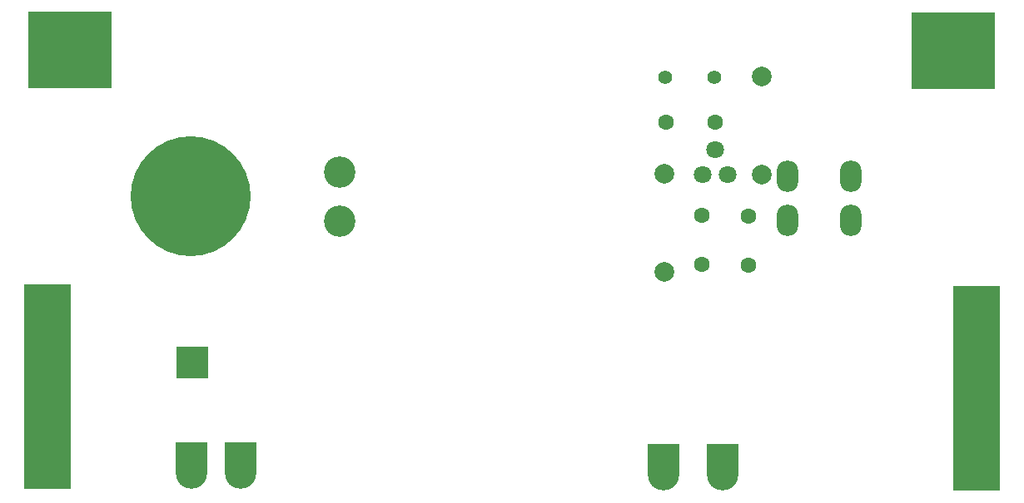
<source format=gts>
G04*
G04 #@! TF.GenerationSoftware,Altium Limited,Altium Designer,21.0.8 (223)*
G04*
G04 Layer_Color=8388736*
%FSLAX44Y44*%
%MOMM*%
G71*
G04*
G04 #@! TF.SameCoordinates,403E8028-421C-4CEE-AC17-E54D717F3EFD*
G04*
G04*
G04 #@! TF.FilePolarity,Negative*
G04*
G01*
G75*
%ADD18R,3.2032X3.2032*%
%ADD19C,3.2032*%
%ADD20R,8.5282X7.7782*%
%ADD21R,4.7032X20.9032*%
%ADD22C,1.6032*%
%ADD23C,1.4032*%
%ADD24C,2.0032*%
%ADD25C,1.8032*%
%ADD26O,2.2032X3.2032*%
%ADD27C,12.2032*%
%ADD28C,1.4732*%
D18*
X175750Y134250D02*
D03*
X715500Y35500D02*
D03*
X655000D02*
D03*
X175000Y37250D02*
D03*
X225000D02*
D03*
D19*
X715500Y20500D02*
D03*
X655000D02*
D03*
X175000Y22250D02*
D03*
X225000D02*
D03*
X325250Y328250D02*
D03*
Y278250D02*
D03*
D20*
X949320Y452042D02*
D03*
X51125Y452625D02*
D03*
D21*
X28500Y110250D02*
D03*
X973250Y108140D02*
D03*
D22*
X741500Y283750D02*
D03*
Y233750D02*
D03*
X657275Y378975D02*
D03*
X707275D02*
D03*
X694000Y234250D02*
D03*
Y284250D02*
D03*
D23*
X656450Y425250D02*
D03*
X706250D02*
D03*
D24*
X755000Y425500D02*
D03*
Y325500D02*
D03*
X655500Y226500D02*
D03*
Y326500D02*
D03*
D25*
X707300Y350900D02*
D03*
X720000Y325500D02*
D03*
X694600D02*
D03*
D26*
X845750Y324555D02*
D03*
Y279555D02*
D03*
X780750Y324555D02*
D03*
Y279555D02*
D03*
D27*
X174250Y304000D02*
D03*
D28*
X25750Y74390D02*
D03*
Y99390D02*
D03*
Y124390D02*
D03*
Y149390D02*
D03*
Y49390D02*
D03*
Y173390D02*
D03*
X970750Y76890D02*
D03*
Y101890D02*
D03*
Y126890D02*
D03*
Y151890D02*
D03*
Y51890D02*
D03*
Y175890D02*
D03*
M02*

</source>
